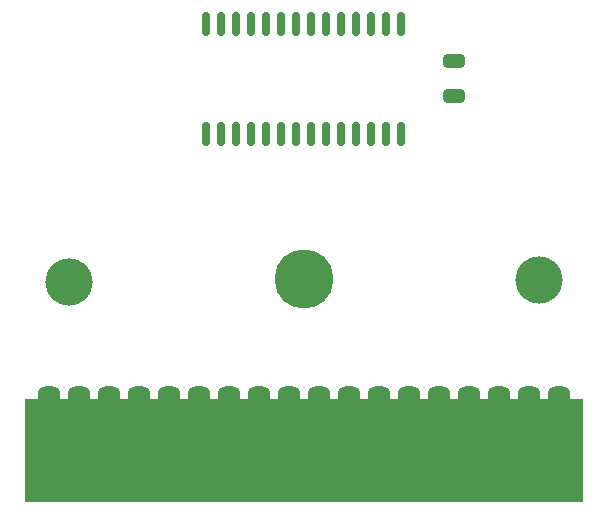
<source format=gbr>
%TF.GenerationSoftware,KiCad,Pcbnew,(6.0.0)*%
%TF.CreationDate,2022-01-01T20:47:22+01:00*%
%TF.ProjectId,vectrex,76656374-7265-4782-9e6b-696361645f70,rev?*%
%TF.SameCoordinates,Original*%
%TF.FileFunction,Soldermask,Top*%
%TF.FilePolarity,Negative*%
%FSLAX46Y46*%
G04 Gerber Fmt 4.6, Leading zero omitted, Abs format (unit mm)*
G04 Created by KiCad (PCBNEW (6.0.0)) date 2022-01-01 20:47:22*
%MOMM*%
%LPD*%
G01*
G04 APERTURE LIST*
G04 Aperture macros list*
%AMRoundRect*
0 Rectangle with rounded corners*
0 $1 Rounding radius*
0 $2 $3 $4 $5 $6 $7 $8 $9 X,Y pos of 4 corners*
0 Add a 4 corners polygon primitive as box body*
4,1,4,$2,$3,$4,$5,$6,$7,$8,$9,$2,$3,0*
0 Add four circle primitives for the rounded corners*
1,1,$1+$1,$2,$3*
1,1,$1+$1,$4,$5*
1,1,$1+$1,$6,$7*
1,1,$1+$1,$8,$9*
0 Add four rect primitives between the rounded corners*
20,1,$1+$1,$2,$3,$4,$5,0*
20,1,$1+$1,$4,$5,$6,$7,0*
20,1,$1+$1,$6,$7,$8,$9,0*
20,1,$1+$1,$8,$9,$2,$3,0*%
G04 Aperture macros list end*
%ADD10RoundRect,0.150000X-0.150000X0.875000X-0.150000X-0.875000X0.150000X-0.875000X0.150000X0.875000X0*%
%ADD11RoundRect,0.717550X-0.222250X-3.778250X0.222250X-3.778250X0.222250X3.778250X-0.222250X3.778250X0*%
%ADD12C,4.000000*%
%ADD13C,5.000000*%
%ADD14RoundRect,0.250000X0.650000X-0.325000X0.650000X0.325000X-0.650000X0.325000X-0.650000X-0.325000X0*%
G04 APERTURE END LIST*
D10*
%TO.C,U1*%
X165735000Y-79170000D03*
X164465000Y-79170000D03*
X163195000Y-79170000D03*
X161925000Y-79170000D03*
X160655000Y-79170000D03*
X159385000Y-79170000D03*
X158115000Y-79170000D03*
X156845000Y-79170000D03*
X155575000Y-79170000D03*
X154305000Y-79170000D03*
X153035000Y-79170000D03*
X151765000Y-79170000D03*
X150495000Y-79170000D03*
X149225000Y-79170000D03*
X149225000Y-88470000D03*
X150495000Y-88470000D03*
X151765000Y-88470000D03*
X153035000Y-88470000D03*
X154305000Y-88470000D03*
X155575000Y-88470000D03*
X156845000Y-88470000D03*
X158115000Y-88470000D03*
X159385000Y-88470000D03*
X160655000Y-88470000D03*
X161925000Y-88470000D03*
X163195000Y-88470000D03*
X164465000Y-88470000D03*
X165735000Y-88470000D03*
%TD*%
D11*
%TO.C,CON3*%
X179070000Y-114300000D03*
X176530000Y-114300000D03*
X173990000Y-114300000D03*
X171450000Y-114300000D03*
X168910000Y-114300000D03*
X166370000Y-114300000D03*
X163830000Y-114300000D03*
X161290000Y-114300000D03*
X158750000Y-114300000D03*
X156210000Y-114300000D03*
X153670000Y-114300000D03*
X151130000Y-114300000D03*
X148590000Y-114300000D03*
X146050000Y-114300000D03*
X143510000Y-114300000D03*
X140970000Y-114300000D03*
X138430000Y-114300000D03*
X135890000Y-114300000D03*
%TD*%
D12*
%TO.C,@HOLE1*%
X177398000Y-100825600D03*
%TD*%
D13*
%TO.C,@HOLE0*%
X157498000Y-100725600D03*
%TD*%
D12*
%TO.C,@HOLE2*%
X137598000Y-101025600D03*
%TD*%
D14*
%TO.C,C1*%
X170180000Y-85295000D03*
X170180000Y-82345000D03*
%TD*%
G36*
X181098707Y-110899293D02*
G01*
X181099000Y-110900000D01*
X181099000Y-119625600D01*
X181098707Y-119626307D01*
X181098000Y-119626600D01*
X133900000Y-119626600D01*
X133899293Y-119626307D01*
X133899000Y-119625600D01*
X133899000Y-110900000D01*
X133899293Y-110899293D01*
X133900000Y-110899000D01*
X181098000Y-110899000D01*
X181098707Y-110899293D01*
G37*
M02*

</source>
